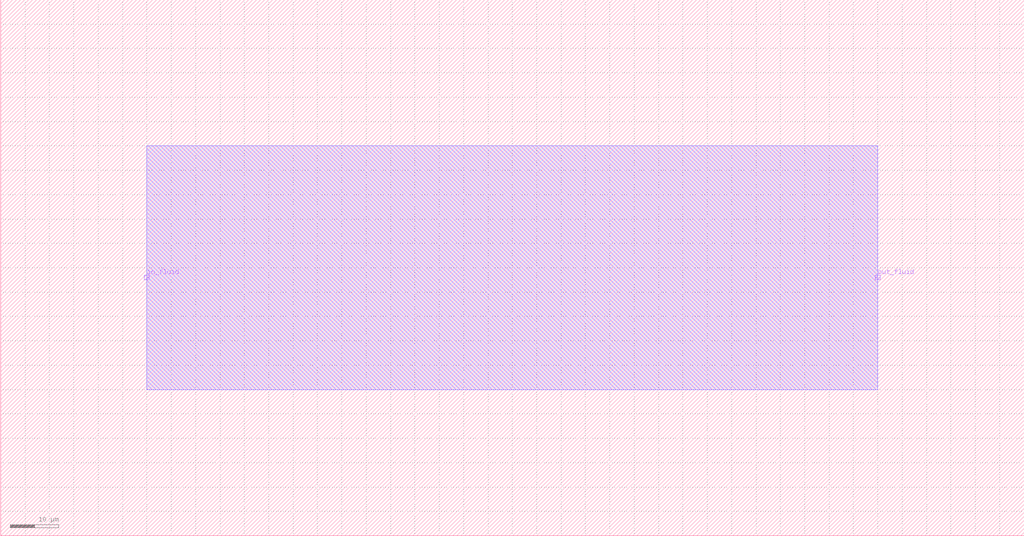
<source format=lef>

MACRO inline_res_40nl
  CLASS CORE ;
  ORIGIN  0 0 ;
  FOREIGN inline_res_40nl 0 0 ;
  SIZE 210 BY 110 ;
  SYMMETRY X Y ;
  SITE CoreSite ;
  PIN in_fluid
    DIRECTION INPUT ;
    USE SIGNAL ;
    PORT
      LAYER met1 ;
        RECT 29.5 52.5 30.5 53.5 ;
    END
  END in_fluid
  PIN out_fluid
    DIRECTION INPUT ;
    USE SIGNAL ;
    PORT
      LAYER met1 ;
        RECT 179.5 52.5 180.5 53.5 ;
    END
  END out_fluid
  OBS
    LAYER met1 ;
      RECT 30 30 180 80 ;
    LAYER met2 ;
      RECT 30 30 180 80 ;
  END
  PROPERTY CatenaDesignType "deviceLevel" ;
END inline_res_40nl

</source>
